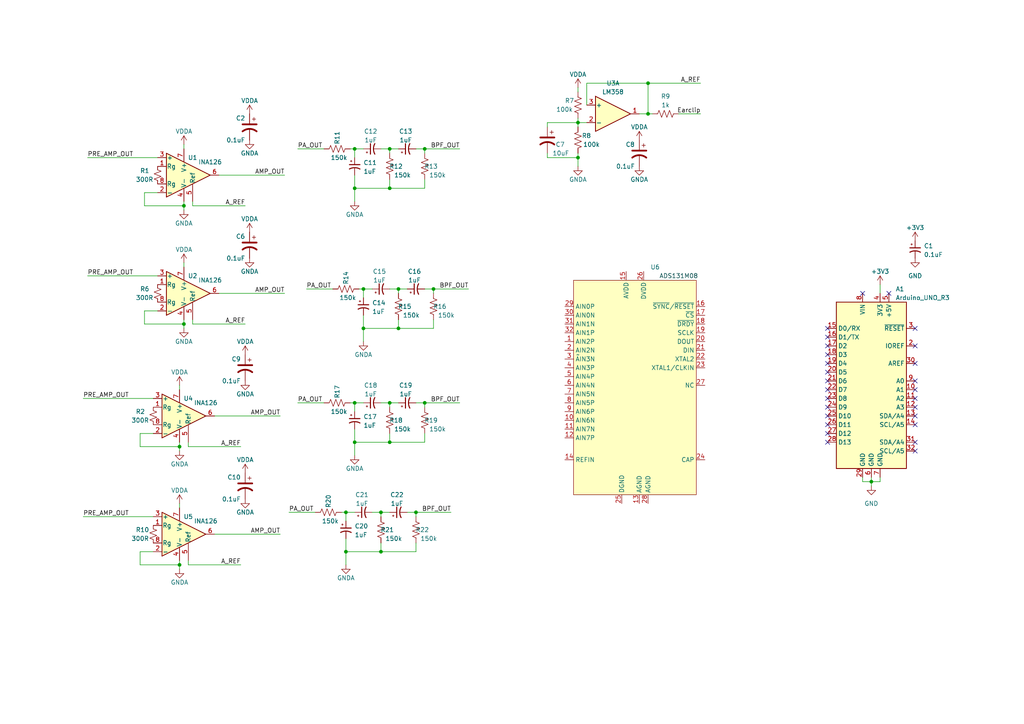
<source format=kicad_sch>
(kicad_sch (version 20230121) (generator eeschema)
  (paper "A4")
  (lib_symbols
    (symbol "Amplifier_Instrumentation:INA128" (pin_names (offset 0.127))
      (property "Reference" "U" (at 3.81 3.175 0))
      (property "Value" "INA128" (at 3.81 -3.175 0))
      (symbol "INA128_0_1"
        (polyline (pts (xy 7.62 0) (xy -5.08 6.35) (xy -5.08 -6.35) (xy 7.62 0)) (stroke (width 0.254)) (fill (type background)))
      )
      (symbol "INA128_1_1"
        (pin passive line (at -7.62 2.54 0) (length 2.54) (name "Rg") (number "1"))
        (pin input line (at -7.62 -5.08 0) (length 2.54) (name "-") (number "2"))
        (pin input line (at -7.62 5.08 0) (length 2.54) (name "+") (number "3"))
        (pin power_in line (at 0 -7.62 90) (length 3.81) (name "V-") (number "4"))
        (pin input line (at 2.54 -7.62 90) (length 5.08) (name "Ref") (number "5"))
        (pin output line (at 10.16 0 180) (length 2.54) (name "~") (number "6"))
        (pin power_in line (at 0 7.62 270) (length 3.81) (name "V+") (number "7"))
        (pin passive line (at -7.62 -2.54 0) (length 2.54) (name "Rg") (number "8"))
      )
    )
    (symbol "Amplifier_Operational:LM358" (pin_names (offset 0.127))
      (property "Reference" "U" (at 0 5.08 0))
      (property "Value" "LM358" (at 0 -5.08 0))
      (symbol "LM358_1_1"
        (polyline (pts (xy -5.08 5.08) (xy 5.08 0) (xy -5.08 -5.08) (xy -5.08 5.08)) (stroke (width 0.254)) (fill (type background)))
        (pin output line (at 7.62 0 180) (length 2.54) (name "~") (number "1"))
        (pin input line (at -7.62 -2.54 0) (length 2.54) (name "-") (number "2"))
        (pin input line (at -7.62 2.54 0) (length 2.54) (name "+") (number "3"))
      )
      (symbol "LM358_2_1"
        (polyline (pts (xy -5.08 5.08) (xy 5.08 0) (xy -5.08 -5.08) (xy -5.08 5.08)) (stroke (width 0.254)) (fill (type background)))
        (pin input line (at -7.62 2.54 0) (length 2.54) (name "+") (number "5"))
        (pin input line (at -7.62 -2.54 0) (length 2.54) (name "-") (number "6"))
        (pin output line (at 7.62 0 180) (length 2.54) (name "~") (number "7"))
      )
      (symbol "LM358_3_1"
        (pin power_in line (at -2.54 -7.62 90) (length 3.81) (name "V-") (number "4"))
        (pin power_in line (at -2.54 7.62 270) (length 3.81) (name "V+") (number "8"))
      )
    )
    (symbol "Custom_Lib:ADS131M08"
      (property "Reference" "U" (at 7.62 34.29 0))
      (symbol "ADS131M08_1_1"
        (rectangle (start -17.78 30.48) (end 17.78 -31.75) (fill (type background)))
        (text "ADS131M08" (at 12.7 31.75 0) (effects (font (size 1.27 1.27))))
        (pin input line (at -20.32 12.7 0) (length 2.54) (name "AIN2P") (number "1"))
        (pin input line (at -20.32 -10.16 0) (length 2.54) (name "AIN6N") (number "10"))
        (pin input line (at -20.32 -12.7 0) (length 2.54) (name "AIN7N") (number "11"))
        (pin input line (at -20.32 -15.24 0) (length 2.54) (name "AIN7P") (number "12"))
        (pin input line (at 1.27 -34.29 90) (length 2.54) (name "AGND") (number "13"))
        (pin input line (at -20.32 -21.59 0) (length 2.54) (name "REFIN") (number "14"))
        (pin input line (at -2.54 33.02 270) (length 2.54) (name "AVDD") (number "15"))
        (pin input line (at 20.32 22.86 180) (length 2.54) (name "~{SYNC}/~{RESET}") (number "16"))
        (pin input line (at 20.32 20.32 180) (length 2.54) (name "~{CS}") (number "17"))
        (pin input line (at 20.32 17.78 180) (length 2.54) (name "~{DRDY}") (number "18"))
        (pin input line (at 20.32 15.24 180) (length 2.54) (name "SCLK") (number "19"))
        (pin input line (at -20.32 10.16 0) (length 2.54) (name "AIN2N") (number "2"))
        (pin input line (at 20.32 12.7 180) (length 2.54) (name "DOUT") (number "20"))
        (pin input line (at 20.32 10.16 180) (length 2.54) (name "DIN") (number "21"))
        (pin input line (at 20.32 7.62 180) (length 2.54) (name "XTAL2") (number "22"))
        (pin input line (at 20.32 5.08 180) (length 2.54) (name "XTAL1/CLKIN") (number "23"))
        (pin input line (at 20.32 -21.59 180) (length 2.54) (name "CAP") (number "24"))
        (pin input line (at -3.81 -34.29 90) (length 2.54) (name "DGND") (number "25"))
        (pin input line (at 2.54 33.02 270) (length 2.54) (name "DVDD") (number "26"))
        (pin input line (at 20.32 0 180) (length 2.54) (name "NC") (number "27"))
        (pin input line (at 3.81 -34.29 90) (length 2.54) (name "AGND") (number "28"))
        (pin input line (at -20.32 22.86 0) (length 2.54) (name "AIN0P") (number "29"))
        (pin input line (at -20.32 7.62 0) (length 2.54) (name "AIN3N") (number "3"))
        (pin input line (at -20.32 20.32 0) (length 2.54) (name "AIN0N") (number "30"))
        (pin input line (at -20.32 17.78 0) (length 2.54) (name "AIN1N") (number "31"))
        (pin input line (at -20.32 15.24 0) (length 2.54) (name "AIN1P") (number "32"))
        (pin input line (at -20.32 5.08 0) (length 2.54) (name "AIN3P") (number "4"))
        (pin input line (at -20.32 2.54 0) (length 2.54) (name "AIN4P") (number "5"))
        (pin input line (at -20.32 0 0) (length 2.54) (name "AIN4N") (number "6"))
        (pin input line (at -20.32 -2.54 0) (length 2.54) (name "AIN5N") (number "7"))
        (pin input line (at -20.32 -5.08 0) (length 2.54) (name "AIN5P") (number "8"))
        (pin input line (at -20.32 -7.62 0) (length 2.54) (name "AIN6P") (number "9"))
      )
    )
    (symbol "Device:C_Polarized_Small_US" (pin_numbers hide) (pin_names (offset 0.254) hide)
      (property "Reference" "C" (at 0.254 1.778 0))
      (property "Value" "C_Polarized_Small_US" (at 0.254 -2.032 0))
      (symbol "C_Polarized_Small_US_0_1"
        (polyline (pts (xy -1.524 0.508) (xy 1.524 0.508)) (stroke (width 0.3048)))
        (polyline (pts (xy -1.27 1.524) (xy -0.762 1.524)))
        (polyline (pts (xy -1.016 1.27) (xy -1.016 1.778)))
        (arc (start 1.524 -0.762) (mid 0 -0.3734) (end -1.524 -0.762) (stroke (width 0.3048)))
      )
      (symbol "C_Polarized_Small_US_1_1"
        (pin passive line (at 0 2.54 270) (length 2.032) (name "~") (number "1"))
        (pin passive line (at 0 -2.54 90) (length 2.032) (name "~") (number "2"))
      )
    )
    (symbol "Device:C_Polarized_US" (pin_numbers hide) (pin_names (offset 0.254) hide)
      (property "Reference" "C" (at 0.635 2.54 0))
      (property "Value" "C_Polarized_US" (at 0.635 -2.54 0))
      (symbol "C_Polarized_US_0_1"
        (polyline (pts (xy -2.032 0.762) (xy 2.032 0.762)) (stroke (width 0.508)))
        (polyline (pts (xy -1.778 2.286) (xy -0.762 2.286)))
        (polyline (pts (xy -1.27 1.778) (xy -1.27 2.794)))
        (arc (start 2.032 -1.27) (mid 0 -0.5572) (end -2.032 -1.27) (stroke (width 0.508)))
      )
      (symbol "C_Polarized_US_1_1"
        (pin passive line (at 0 3.81 270) (length 2.794) (name "~") (number "1"))
        (pin passive line (at 0 -3.81 90) (length 3.302) (name "~") (number "2"))
      )
    )
    (symbol "Device:R_Small_US" (pin_numbers hide) (pin_names (offset 0.254) hide)
      (property "Reference" "R" (at 0.762 0.508 0))
      (property "Value" "R_Small_US" (at 0.762 -1.016 0))
      (symbol "R_Small_US_1_1"
        (polyline (pts (xy 0 0) (xy 1.016 -0.381) (xy 0 -0.762) (xy -1.016 -1.143) (xy 0 -1.524)))
        (polyline (pts (xy 0 1.524) (xy 1.016 1.143) (xy 0 0.762) (xy -1.016 0.381) (xy 0 0)))
        (pin passive line (at 0 2.54 270) (length 1.016) (name "~") (number "1"))
        (pin passive line (at 0 -2.54 90) (length 1.016) (name "~") (number "2"))
      )
    )
    (symbol "Device:R_US" (pin_numbers hide) (pin_names (offset 0))
      (property "Reference" "R" (at 2.54 0 90))
      (property "Value" "R_US" (at -2.54 0 90))
      (symbol "R_US_0_1"
        (polyline (pts (xy 0 -2.286) (xy 0 -2.54)))
        (polyline (pts (xy 0 2.286) (xy 0 2.54)))
        (polyline (pts (xy 0 -0.762) (xy 1.016 -1.143) (xy 0 -1.524) (xy -1.016 -1.905) (xy 0 -2.286)))
        (polyline (pts (xy 0 0.762) (xy 1.016 0.381) (xy 0 0) (xy -1.016 -0.381) (xy 0 -0.762)))
        (polyline (pts (xy 0 2.286) (xy 1.016 1.905) (xy 0 1.524) (xy -1.016 1.143) (xy 0 0.762)))
      )
      (symbol "R_US_1_1"
        (pin passive line (at 0 3.81 270) (length 1.27) (name "~") (number "1"))
        (pin passive line (at 0 -3.81 90) (length 1.27) (name "~") (number "2"))
      )
    )
    (symbol "MCU_Module:Arduino_UNO_R3"
      (property "Reference" "A" (at -10.16 23.495 0))
      (property "Value" "Arduino_UNO_R3" (at 5.08 -26.67 0))
      (symbol "Arduino_UNO_R3_0_1"
        (rectangle (start -10.16 22.86) (end 10.16 -25.4) (stroke (width 0.254)) (fill (type background)))
      )
      (symbol "Arduino_UNO_R3_1_1"
        (pin no_connect line (at -10.16 -20.32 0) (length 2.54) hide (name "NC") (number "1"))
        (pin bidirectional line (at 12.7 -2.54 180) (length 2.54) (name "A1") (number "10"))
        (pin bidirectional line (at 12.7 -5.08 180) (length 2.54) (name "A2") (number "11"))
        (pin bidirectional line (at 12.7 -7.62 180) (length 2.54) (name "A3") (number "12"))
        (pin bidirectional line (at 12.7 -10.16 180) (length 2.54) (name "SDA/A4") (number "13"))
        (pin bidirectional line (at 12.7 -12.7 180) (length 2.54) (name "SCL/A5") (number "14"))
        (pin bidirectional line (at -12.7 15.24 0) (length 2.54) (name "D0/RX") (number "15"))
        (pin bidirectional line (at -12.7 12.7 0) (length 2.54) (name "D1/TX") (number "16"))
        (pin bidirectional line (at -12.7 10.16 0) (length 2.54) (name "D2") (number "17"))
        (pin bidirectional line (at -12.7 7.62 0) (length 2.54) (name "D3") (number "18"))
        (pin bidirectional line (at -12.7 5.08 0) (length 2.54) (name "D4") (number "19"))
        (pin output line (at 12.7 10.16 180) (length 2.54) (name "IOREF") (number "2"))
        (pin bidirectional line (at -12.7 2.54 0) (length 2.54) (name "D5") (number "20"))
        (pin bidirectional line (at -12.7 0 0) (length 2.54) (name "D6") (number "21"))
        (pin bidirectional line (at -12.7 -2.54 0) (length 2.54) (name "D7") (number "22"))
        (pin bidirectional line (at -12.7 -5.08 0) (length 2.54) (name "D8") (number "23"))
        (pin bidirectional line (at -12.7 -7.62 0) (length 2.54) (name "D9") (number "24"))
        (pin bidirectional line (at -12.7 -10.16 0) (length 2.54) (name "D10") (number "25"))
        (pin bidirectional line (at -12.7 -12.7 0) (length 2.54) (name "D11") (number "26"))
        (pin bidirectional line (at -12.7 -15.24 0) (length 2.54) (name "D12") (number "27"))
        (pin bidirectional line (at -12.7 -17.78 0) (length 2.54) (name "D13") (number "28"))
        (pin power_in line (at -2.54 -27.94 90) (length 2.54) (name "GND") (number "29"))
        (pin input line (at 12.7 15.24 180) (length 2.54) (name "~{RESET}") (number "3"))
        (pin input line (at 12.7 5.08 180) (length 2.54) (name "AREF") (number "30"))
        (pin bidirectional line (at 12.7 -17.78 180) (length 2.54) (name "SDA/A4") (number "31"))
        (pin bidirectional line (at 12.7 -20.32 180) (length 2.54) (name "SCL/A5") (number "32"))
        (pin power_out line (at 2.54 25.4 270) (length 2.54) (name "3V3") (number "4"))
        (pin power_out line (at 5.08 25.4 270) (length 2.54) (name "+5V") (number "5"))
        (pin power_in line (at 0 -27.94 90) (length 2.54) (name "GND") (number "6"))
        (pin power_in line (at 2.54 -27.94 90) (length 2.54) (name "GND") (number "7"))
        (pin power_in line (at -2.54 25.4 270) (length 2.54) (name "VIN") (number "8"))
        (pin bidirectional line (at 12.7 0 180) (length 2.54) (name "A0") (number "9"))
      )
    )
    (symbol "power:+3V3" (power) (pin_names (offset 0))
      (property "Value" "+3V3" (at 0 3.556 0))
      (symbol "+3V3_0_1"
        (polyline (pts (xy -0.762 1.27) (xy 0 2.54)))
        (polyline (pts (xy 0 0) (xy 0 2.54)))
        (polyline (pts (xy 0 2.54) (xy 0.762 1.27)))
      )
      (symbol "+3V3_1_1"
        (pin power_in line (at 0 0 90) (length 0) hide (name "+3V3") (number "1"))
      )
    )
    (symbol "power:GND" (power) (pin_names (offset 0))
      (property "Value" "GND" (at 0 -3.81 0))
      (symbol "GND_0_1"
        (polyline (pts (xy 0 0) (xy 0 -1.27) (xy 1.27 -1.27) (xy 0 -2.54) (xy -1.27 -1.27) (xy 0 -1.27)))
      )
      (symbol "GND_1_1"
        (pin power_in line (at 0 0 270) (length 0) hide (name "GND") (number "1"))
      )
    )
    (symbol "power:GNDA" (power) (pin_names (offset 0))
      (property "Value" "GNDA" (at 0 -3.81 0))
      (symbol "GNDA_0_1"
        (polyline (pts (xy 0 0) (xy 0 -1.27) (xy 1.27 -1.27) (xy 0 -2.54) (xy -1.27 -1.27) (xy 0 -1.27)))
      )
      (symbol "GNDA_1_1"
        (pin power_in line (at 0 0 270) (length 0) hide (name "GNDA") (number "1"))
      )
    )
    (symbol "power:VDDA" (power) (pin_names (offset 0))
      (property "Value" "VDDA" (at 0 3.81 0))
      (symbol "VDDA_0_1"
        (polyline (pts (xy -0.762 1.27) (xy 0 2.54)))
        (polyline (pts (xy 0 0) (xy 0 2.54)))
        (polyline (pts (xy 0 2.54) (xy 0.762 1.27)))
      )
      (symbol "VDDA_1_1"
        (pin power_in line (at 0 0 90) (length 0) hide (name "VDDA") (number "1"))
      )
    )
  )
  (junction (at 102.87 128.27))
  (junction (at 167.64 45.72))
  (junction (at 113.03 54.61))
  (junction (at 100.33 160.02))
  (junction (at 102.87 54.61))
  (junction (at 102.87 43.18))
  (junction (at 53.34 59.69))
  (junction (at 252.73 139.7))
  (junction (at 105.41 95.25))
  (junction (at 123.19 116.84))
  (junction (at 120.65 148.59))
  (junction (at 102.87 116.84))
  (junction (at 110.49 160.02))
  (junction (at 113.03 116.84))
  (junction (at 187.96 24.13))
  (junction (at 125.73 83.82))
  (junction (at 53.34 93.98))
  (junction (at 110.49 148.59))
  (junction (at 187.96 33.02))
  (junction (at 100.33 148.59))
  (junction (at 115.57 95.25))
  (junction (at 113.03 128.27))
  (junction (at 115.57 83.82))
  (junction (at 52.07 163.83))
  (junction (at 167.64 35.56))
  (junction (at 113.03 43.18))
  (junction (at 123.19 43.18))
  (junction (at 52.07 129.54))
  (junction (at 105.41 83.82))
  (no_connect (at 240.03 125.73))
  (no_connect (at 265.43 95.25))
  (no_connect (at 240.03 102.87))
  (no_connect (at 240.03 120.65))
  (no_connect (at 240.03 118.11))
  (no_connect (at 250.19 85.09))
  (no_connect (at 240.03 115.57))
  (no_connect (at 265.43 115.57))
  (no_connect (at 240.03 123.19))
  (no_connect (at 265.43 118.11))
  (no_connect (at 240.03 110.49))
  (no_connect (at 240.03 100.33))
  (no_connect (at 265.43 120.65))
  (no_connect (at 265.43 100.33))
  (no_connect (at 265.43 110.49))
  (no_connect (at 240.03 105.41))
  (no_connect (at 265.43 105.41))
  (no_connect (at 240.03 95.25))
  (no_connect (at 257.81 85.09))
  (no_connect (at 240.03 97.79))
  (no_connect (at 265.43 130.81))
  (no_connect (at 240.03 113.03))
  (no_connect (at 265.43 123.19))
  (no_connect (at 240.03 107.95))
  (no_connect (at 240.03 128.27))
  (no_connect (at 265.43 113.03))
  (no_connect (at 265.43 128.27))
  (wire (pts (xy 105.41 83.82) (xy 105.41 86.36)))
  (wire (pts (xy 187.96 33.02) (xy 189.23 33.02)))
  (wire (pts (xy 100.33 163.83) (xy 100.33 160.02)))
  (wire (pts (xy 100.33 160.02) (xy 110.49 160.02)))
  (wire (pts (xy 105.41 91.44) (xy 105.41 95.25)))
  (wire (pts (xy 86.36 43.18) (xy 93.98 43.18)))
  (wire (pts (xy 167.64 44.45) (xy 167.64 45.72)))
  (wire (pts (xy 101.6 43.18) (xy 102.87 43.18)))
  (wire (pts (xy 62.23 154.94) (xy 81.28 154.94)))
  (wire (pts (xy 52.07 165.1) (xy 52.07 163.83)))
  (wire (pts (xy 53.34 58.42) (xy 53.34 59.69)))
  (wire (pts (xy 53.34 41.91) (xy 53.34 43.18)))
  (wire (pts (xy 113.03 54.61) (xy 123.19 54.61)))
  (wire (pts (xy 120.65 116.84) (xy 123.19 116.84)))
  (wire (pts (xy 44.45 160.02) (xy 40.64 160.02)))
  (wire (pts (xy 53.34 60.96) (xy 53.34 59.69)))
  (wire (pts (xy 158.75 44.45) (xy 158.75 45.72)))
  (wire (pts (xy 102.87 54.61) (xy 113.03 54.61)))
  (wire (pts (xy 41.91 55.88) (xy 41.91 59.69)))
  (wire (pts (xy 123.19 125.73) (xy 123.19 128.27)))
  (wire (pts (xy 120.65 148.59) (xy 120.65 149.86)))
  (wire (pts (xy 102.87 50.8) (xy 102.87 54.61)))
  (wire (pts (xy 100.33 148.59) (xy 102.87 148.59)))
  (wire (pts (xy 52.07 162.56) (xy 52.07 163.83)))
  (wire (pts (xy 115.57 95.25) (xy 125.73 95.25)))
  (wire (pts (xy 125.73 83.82) (xy 135.89 83.82)))
  (wire (pts (xy 52.07 130.81) (xy 52.07 129.54)))
  (wire (pts (xy 115.57 92.71) (xy 115.57 95.25)))
  (wire (pts (xy 110.49 116.84) (xy 113.03 116.84)))
  (wire (pts (xy 255.27 139.7) (xy 255.27 138.43)))
  (wire (pts (xy 102.87 132.08) (xy 102.87 128.27)))
  (wire (pts (xy 113.03 52.07) (xy 113.03 54.61)))
  (wire (pts (xy 63.5 85.09) (xy 82.55 85.09)))
  (wire (pts (xy 105.41 99.06) (xy 105.41 95.25)))
  (wire (pts (xy 110.49 148.59) (xy 110.49 149.86)))
  (wire (pts (xy 99.06 148.59) (xy 100.33 148.59)))
  (wire (pts (xy 123.19 43.18) (xy 133.35 43.18)))
  (wire (pts (xy 52.07 146.05) (xy 52.07 147.32)))
  (wire (pts (xy 123.19 116.84) (xy 123.19 118.11)))
  (wire (pts (xy 115.57 83.82) (xy 115.57 85.09)))
  (wire (pts (xy 101.6 116.84) (xy 102.87 116.84)))
  (wire (pts (xy 24.13 115.57) (xy 44.45 115.57)))
  (wire (pts (xy 54.61 128.27) (xy 54.61 129.54)))
  (wire (pts (xy 100.33 156.21) (xy 100.33 160.02)))
  (wire (pts (xy 113.03 116.84) (xy 115.57 116.84)))
  (wire (pts (xy 170.18 24.13) (xy 170.18 30.48)))
  (wire (pts (xy 167.64 35.56) (xy 167.64 36.83)))
  (wire (pts (xy 120.65 148.59) (xy 130.81 148.59)))
  (wire (pts (xy 125.73 83.82) (xy 125.73 85.09)))
  (wire (pts (xy 40.64 163.83) (xy 52.07 163.83)))
  (wire (pts (xy 52.07 128.27) (xy 52.07 129.54)))
  (wire (pts (xy 113.03 128.27) (xy 123.19 128.27)))
  (wire (pts (xy 110.49 148.59) (xy 113.03 148.59)))
  (wire (pts (xy 113.03 43.18) (xy 113.03 44.45)))
  (wire (pts (xy 100.33 148.59) (xy 100.33 151.13)))
  (wire (pts (xy 86.36 116.84) (xy 93.98 116.84)))
  (wire (pts (xy 41.91 59.69) (xy 53.34 59.69)))
  (wire (pts (xy 102.87 116.84) (xy 105.41 116.84)))
  (wire (pts (xy 118.11 148.59) (xy 120.65 148.59)))
  (wire (pts (xy 110.49 43.18) (xy 113.03 43.18)))
  (wire (pts (xy 53.34 76.2) (xy 53.34 77.47)))
  (wire (pts (xy 196.85 33.02) (xy 203.2 33.02)))
  (wire (pts (xy 252.73 139.7) (xy 255.27 139.7)))
  (wire (pts (xy 55.88 92.71) (xy 55.88 93.98)))
  (wire (pts (xy 123.19 83.82) (xy 125.73 83.82)))
  (wire (pts (xy 62.23 120.65) (xy 81.28 120.65)))
  (wire (pts (xy 55.88 59.69) (xy 71.12 59.69)))
  (wire (pts (xy 25.4 80.01) (xy 45.72 80.01)))
  (wire (pts (xy 252.73 139.7) (xy 252.73 140.97)))
  (wire (pts (xy 44.45 125.73) (xy 40.64 125.73)))
  (wire (pts (xy 53.34 95.25) (xy 53.34 93.98)))
  (wire (pts (xy 102.87 116.84) (xy 102.87 119.38)))
  (wire (pts (xy 113.03 125.73) (xy 113.03 128.27)))
  (wire (pts (xy 54.61 129.54) (xy 69.85 129.54)))
  (wire (pts (xy 102.87 43.18) (xy 102.87 45.72)))
  (wire (pts (xy 123.19 116.84) (xy 133.35 116.84)))
  (wire (pts (xy 102.87 58.42) (xy 102.87 54.61)))
  (wire (pts (xy 125.73 92.71) (xy 125.73 95.25)))
  (wire (pts (xy 88.9 83.82) (xy 96.52 83.82)))
  (wire (pts (xy 115.57 83.82) (xy 118.11 83.82)))
  (wire (pts (xy 158.75 36.83) (xy 158.75 35.56)))
  (wire (pts (xy 123.19 52.07) (xy 123.19 54.61)))
  (wire (pts (xy 167.64 35.56) (xy 170.18 35.56)))
  (wire (pts (xy 63.5 50.8) (xy 82.55 50.8)))
  (wire (pts (xy 113.03 83.82) (xy 115.57 83.82)))
  (wire (pts (xy 123.19 43.18) (xy 123.19 44.45)))
  (wire (pts (xy 55.88 58.42) (xy 55.88 59.69)))
  (wire (pts (xy 167.64 34.29) (xy 167.64 35.56)))
  (wire (pts (xy 41.91 93.98) (xy 53.34 93.98)))
  (wire (pts (xy 110.49 157.48) (xy 110.49 160.02)))
  (wire (pts (xy 107.95 148.59) (xy 110.49 148.59)))
  (wire (pts (xy 203.2 24.13) (xy 187.96 24.13)))
  (wire (pts (xy 54.61 162.56) (xy 54.61 163.83)))
  (wire (pts (xy 110.49 160.02) (xy 120.65 160.02)))
  (wire (pts (xy 24.13 149.86) (xy 44.45 149.86)))
  (wire (pts (xy 55.88 93.98) (xy 71.12 93.98)))
  (wire (pts (xy 187.96 24.13) (xy 187.96 33.02)))
  (wire (pts (xy 185.42 33.02) (xy 187.96 33.02)))
  (wire (pts (xy 113.03 116.84) (xy 113.03 118.11)))
  (wire (pts (xy 187.96 24.13) (xy 170.18 24.13)))
  (wire (pts (xy 102.87 43.18) (xy 105.41 43.18)))
  (wire (pts (xy 105.41 95.25) (xy 115.57 95.25)))
  (wire (pts (xy 167.64 48.26) (xy 167.64 45.72)))
  (wire (pts (xy 158.75 45.72) (xy 167.64 45.72)))
  (wire (pts (xy 41.91 90.17) (xy 41.91 93.98)))
  (wire (pts (xy 102.87 124.46) (xy 102.87 128.27)))
  (wire (pts (xy 250.19 138.43) (xy 250.19 139.7)))
  (wire (pts (xy 120.65 157.48) (xy 120.65 160.02)))
  (wire (pts (xy 52.07 111.76) (xy 52.07 113.03)))
  (wire (pts (xy 45.72 90.17) (xy 41.91 90.17)))
  (wire (pts (xy 104.14 83.82) (xy 105.41 83.82)))
  (wire (pts (xy 105.41 83.82) (xy 107.95 83.82)))
  (wire (pts (xy 40.64 125.73) (xy 40.64 129.54)))
  (wire (pts (xy 25.4 45.72) (xy 45.72 45.72)))
  (wire (pts (xy 83.82 148.59) (xy 91.44 148.59)))
  (wire (pts (xy 102.87 128.27) (xy 113.03 128.27)))
  (wire (pts (xy 120.65 43.18) (xy 123.19 43.18)))
  (wire (pts (xy 53.34 92.71) (xy 53.34 93.98)))
  (wire (pts (xy 158.75 35.56) (xy 167.64 35.56)))
  (wire (pts (xy 255.27 82.55) (xy 255.27 85.09)))
  (wire (pts (xy 40.64 160.02) (xy 40.64 163.83)))
  (wire (pts (xy 252.73 138.43) (xy 252.73 139.7)))
  (wire (pts (xy 113.03 43.18) (xy 115.57 43.18)))
  (wire (pts (xy 40.64 129.54) (xy 52.07 129.54)))
  (wire (pts (xy 45.72 55.88) (xy 41.91 55.88)))
  (wire (pts (xy 250.19 139.7) (xy 252.73 139.7)))
  (wire (pts (xy 167.64 25.4) (xy 167.64 26.67)))
  (wire (pts (xy 54.61 163.83) (xy 69.85 163.83)))
  (label "AMP_OUT" (at 82.55 50.8 180))
  (label "BPF_OUT" (at 135.89 83.82 180))
  (label "A_REF" (at 203.2 24.13 180))
  (label "PRE_AMP_OUT" (at 24.13 115.57 0))
  (label "PRE_AMP_OUT" (at 25.4 80.01 0))
  (label "BPF_OUT" (at 130.81 148.59 180))
  (label "A_REF" (at 71.12 59.69 180))
  (label "A_REF" (at 71.12 93.98 180))
  (label "PA_OUT" (at 86.36 43.18 0))
  (label "PA_OUT" (at 83.82 148.59 0))
  (label "AMP_OUT" (at 82.55 85.09 180))
  (label "PRE_AMP_OUT" (at 25.4 45.72 0))
  (label "PA_OUT" (at 88.9 83.82 0))
  (label "A_REF" (at 69.85 163.83 180))
  (label "AMP_OUT" (at 81.28 120.65 180))
  (label "PA_OUT" (at 86.36 116.84 0))
  (label "BPF_OUT" (at 133.35 43.18 180))
  (label "Earclip" (at 203.2 33.02 180))
  (label "AMP_OUT" (at 81.28 154.94 180))
  (label "PRE_AMP_OUT" (at 24.13 149.86 0))
  (label "A_REF" (at 69.85 129.54 180))
  (label "BPF_OUT" (at 133.35 116.84 180))
  (symbol (lib_id "Device:R_Small_US") (at 44.45 120.65 0) (unit 1)
    (property "Reference" "R2" (at 39.37 119.38 0) (effects (justify left)))
    (property "Value" "300R" (at 38.1 121.92 0) (effects (justify left)))
    (property "Footprint" "Resistor_THT:R_Axial_DIN0207_L6.3mm_D2.5mm_P7.62mm_Horizontal" (effects hide))
  )
  (symbol (lib_id "Device:C_Polarized_Small_US") (at 118.11 43.18 90) (unit 1)
    (property "Reference" "C13" (at 117.6782 38.1 90))
    (property "Value" "1uF" (at 117.6782 40.64 90))
    (property "Footprint" "Capacitor_THT:CP_Radial_D4.0mm_P2.00mm" (effects hide))
  )
  (symbol (lib_id "power:GNDA") (at 105.41 99.06 0) (unit 1)
    (property "Reference" "#PWR027" (effects hide))
    (property "Value" "GNDA" (at 105.41 102.87 0))
  )
  (symbol (lib_id "Device:C_Polarized_Small_US") (at 107.95 43.18 90) (unit 1)
    (property "Reference" "C12" (at 107.5182 38.1 90))
    (property "Value" "1uF" (at 107.5182 40.64 90))
    (property "Footprint" "Capacitor_THT:CP_Radial_D4.0mm_P2.00mm" (effects hide))
  )
  (symbol (lib_id "Device:C_Polarized_Small_US") (at 110.49 83.82 90) (unit 1)
    (property "Reference" "C15" (at 110.0582 78.74 90))
    (property "Value" "1uF" (at 110.0582 81.28 90))
    (property "Footprint" "Capacitor_THT:CP_Radial_D4.0mm_P2.00mm" (effects hide))
  )
  (symbol (lib_id "Amplifier_Instrumentation:INA128") (at 52.07 154.94 0) (unit 1)
    (property "Reference" "U5" (at 54.61 149.86 0))
    (property "Value" "INA126" (at 59.69 151.13 0))
    (property "Footprint" "Package_SO:VSSOP-8_3.0x3.0mm_P0.65mm" (effects hide))
    (property "Datasheet" "http://www.ti.com/lit/ds/symlink/ina128.pdf" (effects hide))
  )
  (symbol (lib_id "power:GNDA") (at 100.33 163.83 0) (unit 1)
    (property "Reference" "#PWR029" (effects hide))
    (property "Value" "GNDA" (at 100.33 167.64 0))
  )
  (symbol (lib_id "Device:R_Small_US") (at 44.45 154.94 0) (unit 1)
    (property "Reference" "R10" (at 39.37 153.67 0) (effects (justify left)))
    (property "Value" "300R" (at 38.1 156.21 0) (effects (justify left)))
    (property "Footprint" "Resistor_THT:R_Axial_DIN0207_L6.3mm_D2.5mm_P7.62mm_Horizontal" (effects hide))
  )
  (symbol (lib_id "Device:C_Polarized_Small_US") (at 102.87 121.92 0) (unit 1)
    (property "Reference" "C17" (at 105.41 120.8532 0) (effects (justify left)))
    (property "Value" "1uF" (at 105.41 123.3932 0) (effects (justify left)))
    (property "Footprint" "Capacitor_THT:CP_Radial_D4.0mm_P2.00mm" (effects hide))
  )
  (symbol (lib_id "Device:R_US") (at 97.79 43.18 270) (unit 1)
    (property "Reference" "R11" (at 97.79 41.91 0) (effects (justify right)))
    (property "Value" "150k" (at 95.885 45.72 90) (effects (justify left)))
    (property "Footprint" "Resistor_THT:R_Axial_DIN0207_L6.3mm_D2.5mm_P7.62mm_Horizontal" (effects hide))
  )
  (symbol (lib_id "power:GNDA") (at 52.07 165.1 0) (unit 1)
    (property "Reference" "#PWR021" (effects hide))
    (property "Value" "GNDA" (at 52.07 168.91 0))
  )
  (symbol (lib_id "Device:R_US") (at 97.79 116.84 270) (unit 1)
    (property "Reference" "R17" (at 97.79 115.57 0) (effects (justify right)))
    (property "Value" "150k" (at 95.885 119.38 90) (effects (justify left)))
    (property "Footprint" "Resistor_THT:R_Axial_DIN0207_L6.3mm_D2.5mm_P7.62mm_Horizontal" (effects hide))
  )
  (symbol (lib_id "Custom_Lib:ADS131M08") (at 184.15 111.76 0) (unit 1)
    (property "Reference" "U6" (at 188.6459 77.47 0) (effects (justify left)))
    (property "Value" "~" (at 167.64 102.87 0))
    (property "Footprint" "Package_QFP:TQFP-32_7x7mm_P0.8mm" (effects hide))
  )
  (symbol (lib_id "power:+3V3") (at 265.43 69.85 0) (unit 1)
    (property "Reference" "#PWR03" (effects hide))
    (property "Value" "+3V3" (at 265.43 66.04 0))
  )
  (symbol (lib_id "Device:R_US") (at 167.64 30.48 180) (unit 1)
    (property "Reference" "R7" (at 163.83 29.21 0) (effects (justify right)))
    (property "Value" "100k" (at 161.29 31.75 0) (effects (justify right)))
    (property "Footprint" "Resistor_THT:R_Axial_DIN0207_L6.3mm_D2.5mm_P7.62mm_Horizontal" (effects hide))
  )
  (symbol (lib_id "power:VDDA") (at 53.34 76.2 0) (unit 1)
    (property "Reference" "#PWR010" (effects hide))
    (property "Value" "VDDA" (at 53.34 72.39 0))
  )
  (symbol (lib_id "power:GNDA") (at 71.12 110.49 0) (unit 1)
    (property "Reference" "#PWR023" (effects hide))
    (property "Value" "GNDA" (at 71.12 114.3 0))
  )
  (symbol (lib_id "MCU_Module:Arduino_UNO_R3") (at 252.73 110.49 0) (unit 1)
    (property "Reference" "A1" (at 259.7659 83.82 0) (effects (justify left)))
    (property "Value" "Arduino_UNO_R3" (at 259.7659 86.36 0) (effects (justify left)))
    (property "Footprint" "Module:Arduino_UNO_R3" (effects hide))
    (property "Datasheet" "https://www.arduino.cc/en/Main/arduinoBoardUno" (effects hide))
  )
  (symbol (lib_id "Device:C_Polarized_Small_US") (at 102.87 48.26 0) (unit 1)
    (property "Reference" "C11" (at 105.41 47.1932 0) (effects (justify left)))
    (property "Value" "1uF" (at 105.41 49.7332 0) (effects (justify left)))
    (property "Footprint" "Capacitor_THT:CP_Radial_D4.0mm_P2.00mm" (effects hide))
  )
  (symbol (lib_id "Device:C_Polarized_Small_US") (at 115.57 148.59 90) (unit 1)
    (property "Reference" "C22" (at 115.1382 143.51 90))
    (property "Value" "1uF" (at 115.1382 146.05 90))
    (property "Footprint" "Capacitor_THT:CP_Radial_D4.0mm_P2.00mm" (effects hide))
  )
  (symbol (lib_id "Device:C_Polarized_Small_US") (at 105.41 148.59 90) (unit 1)
    (property "Reference" "C21" (at 104.9782 143.51 90))
    (property "Value" "1uF" (at 104.9782 146.05 90))
    (property "Footprint" "Capacitor_THT:CP_Radial_D4.0mm_P2.00mm" (effects hide))
  )
  (symbol (lib_id "Device:C_Polarized_US") (at 72.39 36.83 0) (mirror y) (unit 1)
    (property "Reference" "C2" (at 71.12 34.29 0) (effects (justify left)))
    (property "Value" "0.1uF" (at 71.12 40.64 0) (effects (justify left)))
    (property "Footprint" "Capacitor_THT:CP_Radial_D4.0mm_P2.00mm" (effects hide))
  )
  (symbol (lib_id "power:GNDA") (at 52.07 130.81 0) (unit 1)
    (property "Reference" "#PWR019" (effects hide))
    (property "Value" "GNDA" (at 52.07 134.62 0))
  )
  (symbol (lib_id "Device:R_US") (at 110.49 153.67 0) (unit 1)
    (property "Reference" "R21" (at 114.3 153.67 0) (effects (justify right)))
    (property "Value" "150k" (at 111.76 156.21 0) (effects (justify left)))
    (property "Footprint" "Resistor_THT:R_Axial_DIN0207_L6.3mm_D2.5mm_P7.62mm_Horizontal" (effects hide))
  )
  (symbol (lib_id "Amplifier_Instrumentation:INA128") (at 53.34 85.09 0) (unit 1)
    (property "Reference" "U2" (at 55.88 80.01 0))
    (property "Value" "INA126" (at 60.96 81.28 0))
    (property "Footprint" "Package_SO:VSSOP-8_3.0x3.0mm_P0.65mm" (effects hide))
    (property "Datasheet" "http://www.ti.com/lit/ds/symlink/ina128.pdf" (effects hide))
  )
  (symbol (lib_id "Device:C_Polarized_US") (at 71.12 140.97 0) (mirror y) (unit 1)
    (property "Reference" "C10" (at 69.85 138.43 0) (effects (justify left)))
    (property "Value" "0.1uF" (at 69.85 144.78 0) (effects (justify left)))
    (property "Footprint" "Capacitor_THT:CP_Radial_D4.0mm_P2.00mm" (effects hide))
  )
  (symbol (lib_id "Device:R_US") (at 113.03 48.26 0) (unit 1)
    (property "Reference" "R12" (at 116.84 48.26 0) (effects (justify right)))
    (property "Value" "150k" (at 114.3 50.8 0) (effects (justify left)))
    (property "Footprint" "Resistor_THT:R_Axial_DIN0207_L6.3mm_D2.5mm_P7.62mm_Horizontal" (effects hide))
  )
  (symbol (lib_id "power:VDDA") (at 185.42 40.64 0) (unit 1)
    (property "Reference" "#PWR016" (effects hide))
    (property "Value" "VDDA" (at 185.42 36.83 0))
  )
  (symbol (lib_id "power:GNDA") (at 53.34 60.96 0) (unit 1)
    (property "Reference" "#PWR06" (effects hide))
    (property "Value" "GNDA" (at 53.34 64.77 0))
  )
  (symbol (lib_id "power:GNDA") (at 72.39 40.64 0) (unit 1)
    (property "Reference" "#PWR08" (effects hide))
    (property "Value" "GNDA" (at 72.39 44.45 0))
  )
  (symbol (lib_id "power:GNDA") (at 53.34 95.25 0) (unit 1)
    (property "Reference" "#PWR011" (effects hide))
    (property "Value" "GNDA" (at 53.34 99.06 0))
  )
  (symbol (lib_id "Device:C_Polarized_Small_US") (at 107.95 116.84 90) (unit 1)
    (property "Reference" "C18" (at 107.5182 111.76 90))
    (property "Value" "1uF" (at 107.5182 114.3 90))
    (property "Footprint" "Capacitor_THT:CP_Radial_D4.0mm_P2.00mm" (effects hide))
  )
  (symbol (lib_id "power:GNDA") (at 167.64 48.26 0) (unit 1)
    (property "Reference" "#PWR015" (effects hide))
    (property "Value" "GNDA" (at 167.64 52.07 0))
  )
  (symbol (lib_id "Device:R_US") (at 100.33 83.82 270) (unit 1)
    (property "Reference" "R14" (at 100.33 82.55 0) (effects (justify right)))
    (property "Value" "150k" (at 98.425 86.36 90) (effects (justify left)))
    (property "Footprint" "Resistor_THT:R_Axial_DIN0207_L6.3mm_D2.5mm_P7.62mm_Horizontal" (effects hide))
  )
  (symbol (lib_id "power:GNDA") (at 102.87 58.42 0) (unit 1)
    (property "Reference" "#PWR026" (effects hide))
    (property "Value" "GNDA" (at 102.87 62.23 0))
  )
  (symbol (lib_id "power:VDDA") (at 52.07 146.05 0) (unit 1)
    (property "Reference" "#PWR020" (effects hide))
    (property "Value" "VDDA" (at 52.07 142.24 0))
  )
  (symbol (lib_id "Device:R_US") (at 123.19 48.26 0) (unit 1)
    (property "Reference" "R13" (at 127 48.26 0) (effects (justify right)))
    (property "Value" "150k" (at 124.46 50.8 0) (effects (justify left)))
    (property "Footprint" "Resistor_THT:R_Axial_DIN0207_L6.3mm_D2.5mm_P7.62mm_Horizontal" (effects hide))
  )
  (symbol (lib_id "Device:R_Small_US") (at 45.72 50.8 0) (unit 1)
    (property "Reference" "R1" (at 40.64 49.53 0) (effects (justify left)))
    (property "Value" "300R" (at 39.37 52.07 0) (effects (justify left)))
    (property "Footprint" "Resistor_THT:R_Axial_DIN0207_L6.3mm_D2.5mm_P7.62mm_Horizontal" (effects hide))
  )
  (symbol (lib_id "Device:R_US") (at 125.73 88.9 0) (unit 1)
    (property "Reference" "R16" (at 129.54 88.9 0) (effects (justify right)))
    (property "Value" "150k" (at 127 91.44 0) (effects (justify left)))
    (property "Footprint" "Resistor_THT:R_Axial_DIN0207_L6.3mm_D2.5mm_P7.62mm_Horizontal" (effects hide))
  )
  (symbol (lib_id "Device:R_US") (at 115.57 88.9 0) (unit 1)
    (property "Reference" "R15" (at 119.38 88.9 0) (effects (justify right)))
    (property "Value" "150k" (at 116.84 91.44 0) (effects (justify left)))
    (property "Footprint" "Resistor_THT:R_Axial_DIN0207_L6.3mm_D2.5mm_P7.62mm_Horizontal" (effects hide))
  )
  (symbol (lib_id "Amplifier_Operational:LM358") (at 177.8 33.02 0) (unit 1)
    (property "Reference" "U3" (at 177.8 24.13 0))
    (property "Value" "LM358" (at 177.8 26.67 0))
    (property "Footprint" "Package_SO:SOIC-8_3.9x4.9mm_P1.27mm" (effects hide))
    (property "Datasheet" "http://www.ti.com/lit/ds/symlink/lm2904-n.pdf" (effects hide))
  )
  (symbol (lib_id "Device:R_US") (at 193.04 33.02 90) (unit 1)
    (property "Reference" "R9" (at 193.04 27.94 90))
    (property "Value" "1k" (at 193.04 30.48 90))
    (property "Footprint" "Resistor_THT:R_Axial_DIN0207_L6.3mm_D2.5mm_P7.62mm_Horizontal" (effects hide))
  )
  (symbol (lib_id "power:VDDA") (at 167.64 25.4 0) (unit 1)
    (property "Reference" "#PWR014" (effects hide))
    (property "Value" "VDDA" (at 167.64 21.59 0))
  )
  (symbol (lib_id "power:VDDA") (at 53.34 41.91 0) (unit 1)
    (property "Reference" "#PWR05" (effects hide))
    (property "Value" "VDDA" (at 53.34 38.1 0))
  )
  (symbol (lib_id "Device:R_US") (at 123.19 121.92 0) (unit 1)
    (property "Reference" "R19" (at 127 121.92 0) (effects (justify right)))
    (property "Value" "150k" (at 124.46 124.46 0) (effects (justify left)))
    (property "Footprint" "Resistor_THT:R_Axial_DIN0207_L6.3mm_D2.5mm_P7.62mm_Horizontal" (effects hide))
  )
  (symbol (lib_id "Device:C_Polarized_US") (at 72.39 71.12 0) (mirror y) (unit 1)
    (property "Reference" "C6" (at 71.12 68.58 0) (effects (justify left)))
    (property "Value" "0.1uF" (at 71.12 74.93 0) (effects (justify left)))
    (property "Footprint" "Capacitor_THT:CP_Radial_D4.0mm_P2.00mm" (effects hide))
  )
  (symbol (lib_id "power:VDDA") (at 52.07 111.76 0) (unit 1)
    (property "Reference" "#PWR018" (effects hide))
    (property "Value" "VDDA" (at 52.07 107.95 0))
  )
  (symbol (lib_id "Device:R_US") (at 120.65 153.67 0) (unit 1)
    (property "Reference" "R22" (at 124.46 153.67 0) (effects (justify right)))
    (property "Value" "150k" (at 121.92 156.21 0) (effects (justify left)))
    (property "Footprint" "Resistor_THT:R_Axial_DIN0207_L6.3mm_D2.5mm_P7.62mm_Horizontal" (effects hide))
  )
  (symbol (lib_id "Device:R_US") (at 167.64 40.64 0) (mirror x) (unit 1)
    (property "Reference" "R8" (at 171.45 39.37 0) (effects (justify right)))
    (property "Value" "100k" (at 173.99 41.91 0) (effects (justify right)))
    (property "Footprint" "Resistor_THT:R_Axial_DIN0207_L6.3mm_D2.5mm_P7.62mm_Horizontal" (effects hide))
  )
  (symbol (lib_id "power:+3V3") (at 255.27 82.55 0) (unit 1)
    (property "Reference" "#PWR02" (effects hide))
    (property "Value" "+3V3" (at 255.27 78.74 0))
  )
  (symbol (lib_id "power:GNDA") (at 102.87 132.08 0) (unit 1)
    (property "Reference" "#PWR028" (effects hide))
    (property "Value" "GNDA" (at 102.87 135.89 0))
  )
  (symbol (lib_id "power:GNDA") (at 71.12 144.78 0) (unit 1)
    (property "Reference" "#PWR025" (effects hide))
    (property "Value" "GNDA" (at 71.12 148.59 0))
  )
  (symbol (lib_id "Device:C_Polarized_Small_US") (at 105.41 88.9 0) (unit 1)
    (property "Reference" "C14" (at 107.95 87.8332 0) (effects (justify left)))
    (property "Value" "1uF" (at 107.95 90.3732 0) (effects (justify left)))
    (property "Footprint" "Capacitor_THT:CP_Radial_D4.0mm_P2.00mm" (effects hide))
  )
  (symbol (lib_id "Device:C_Polarized_US") (at 71.12 106.68 0) (mirror y) (unit 1)
    (property "Reference" "C9" (at 69.85 104.14 0) (effects (justify left)))
    (property "Value" "0.1uF" (at 69.85 110.49 0) (effects (justify left)))
    (property "Footprint" "Capacitor_THT:CP_Radial_D4.0mm_P2.00mm" (effects hide))
  )
  (symbol (lib_id "power:GND") (at 265.43 74.93 0) (unit 1)
    (property "Reference" "#PWR04" (effects hide))
    (property "Value" "GND" (at 265.43 80.01 0))
  )
  (symbol (lib_id "Device:R_US") (at 113.03 121.92 0) (unit 1)
    (property "Reference" "R18" (at 116.84 121.92 0) (effects (justify right)))
    (property "Value" "150k" (at 114.3 124.46 0) (effects (justify left)))
    (property "Footprint" "Resistor_THT:R_Axial_DIN0207_L6.3mm_D2.5mm_P7.62mm_Horizontal" (effects hide))
  )
  (symbol (lib_id "Device:C_Polarized_Small_US") (at 100.33 153.67 0) (unit 1)
    (property "Reference" "C20" (at 102.87 152.6032 0) (effects (justify left)))
    (property "Value" "1uF" (at 102.87 155.1432 0) (effects (justify left)))
    (property "Footprint" "Capacitor_THT:CP_Radial_D4.0mm_P2.00mm" (effects hide))
  )
  (symbol (lib_id "power:GNDA") (at 185.42 48.26 0) (unit 1)
    (property "Reference" "#PWR017" (effects hide))
    (property "Value" "GNDA" (at 185.42 52.07 0))
  )
  (symbol (lib_id "power:VDDA") (at 71.12 137.16 0) (unit 1)
    (property "Reference" "#PWR024" (effects hide))
    (property "Value" "VDDA" (at 71.12 133.35 0))
  )
  (symbol (lib_id "power:VDDA") (at 72.39 33.02 0) (unit 1)
    (property "Reference" "#PWR07" (effects hide))
    (property "Value" "VDDA" (at 72.39 29.21 0))
  )
  (symbol (lib_id "power:VDDA") (at 71.12 102.87 0) (unit 1)
    (property "Reference" "#PWR022" (effects hide))
    (property "Value" "VDDA" (at 71.12 99.06 0))
  )
  (symbol (lib_id "Device:C_Polarized_Small_US") (at 118.11 116.84 90) (unit 1)
    (property "Reference" "C19" (at 117.6782 111.76 90))
    (property "Value" "1uF" (at 117.6782 114.3 90))
    (property "Footprint" "Capacitor_THT:CP_Radial_D4.0mm_P2.00mm" (effects hide))
  )
  (symbol (lib_id "power:GND") (at 252.73 140.97 0) (unit 1)
    (property "Reference" "#PWR01" (effects hide))
    (property "Value" "GND" (at 252.73 146.05 0))
  )
  (symbol (lib_id "Amplifier_Instrumentation:INA128") (at 53.34 50.8 0) (unit 1)
    (property "Reference" "U1" (at 55.88 45.72 0))
    (property "Value" "INA126" (at 60.96 46.99 0))
    (property "Footprint" "Package_SO:VSSOP-8_3.0x3.0mm_P0.65mm" (effects hide))
    (property "Datasheet" "http://www.ti.com/lit/ds/symlink/ina128.pdf" (effects hide))
  )
  (symbol (lib_id "power:VDDA") (at 72.39 67.31 0) (unit 1)
    (property "Reference" "#PWR012" (effects hide))
    (property "Value" "VDDA" (at 72.39 63.5 0))
  )
  (symbol (lib_id "Device:C_Polarized_Small_US") (at 120.65 83.82 90) (unit 1)
    (property "Reference" "C16" (at 120.2182 78.74 90))
    (property "Value" "1uF" (at 120.2182 81.28 90))
    (property "Footprint" "Capacitor_THT:CP_Radial_D4.0mm_P2.00mm" (effects hide))
  )
  (symbol (lib_id "Device:C_Polarized_US") (at 158.75 40.64 0) (mirror y) (unit 1)
    (property "Reference" "C7" (at 163.83 41.91 0) (effects (justify left)))
    (property "Value" "10uF" (at 165.1 44.45 0) (effects (justify left)))
    (property "Footprint" "Capacitor_THT:CP_Radial_D4.0mm_P2.00mm" (effects hide))
  )
  (symbol (lib_id "power:GNDA") (at 72.39 74.93 0) (unit 1)
    (property "Reference" "#PWR013" (effects hide))
    (property "Value" "GNDA" (at 72.39 78.74 0))
  )
  (symbol (lib_id "Device:C_Polarized_Small_US") (at 265.43 72.39 0) (unit 1)
    (property "Reference" "C1" (at 267.97 71.3232 0) (effects (justify left)))
    (property "Value" "0.1uF" (at 267.97 73.8632 0) (effects (justify left)))
    (property "Footprint" "Capacitor_THT:CP_Radial_D4.0mm_P2.00mm" (effects hide))
  )
  (symbol (lib_id "Device:R_US") (at 95.25 148.59 270) (unit 1)
    (property "Reference" "R20" (at 95.25 147.32 0) (effects (justify right)))
    (property "Value" "150k" (at 93.345 151.13 90) (effects (justify left)))
    (property "Footprint" "Resistor_THT:R_Axial_DIN0207_L6.3mm_D2.5mm_P7.62mm_Horizontal" (effects hide))
  )
  (symbol (lib_id "Amplifier_Instrumentation:INA128") (at 52.07 120.65 0) (unit 1)
    (property "Reference" "U4" (at 54.61 115.57 0))
    (property "Value" "INA126" (at 59.69 116.84 0))
    (property "Footprint" "Package_SO:VSSOP-8_3.0x3.0mm_P0.65mm" (effects hide))
    (property "Datasheet" "http://www.ti.com/lit/ds/symlink/ina128.pdf" (effects hide))
  )
  (symbol (lib_id "Device:C_Polarized_US") (at 185.42 44.45 0) (mirror y) (unit 1)
    (property "Reference" "C8" (at 184.15 41.91 0) (effects (justify left)))
    (property "Value" "0.1uF" (at 184.15 48.26 0) (effects (justify left)))
    (property "Footprint" "Capacitor_THT:CP_Radial_D4.0mm_P2.00mm" (effects hide))
  )
  (symbol (lib_id "Device:R_Small_US") (at 45.72 85.09 0) (unit 1)
    (property "Reference" "R6" (at 40.64 83.82 0) (effects (justify left)))
    (property "Value" "300R" (at 39.37 86.36 0) (effects (justify left)))
    (property "Footprint" "Resistor_THT:R_Axial_DIN0207_L6.3mm_D2.5mm_P7.62mm_Horizontal" (effects hide))
  )
)
</source>
